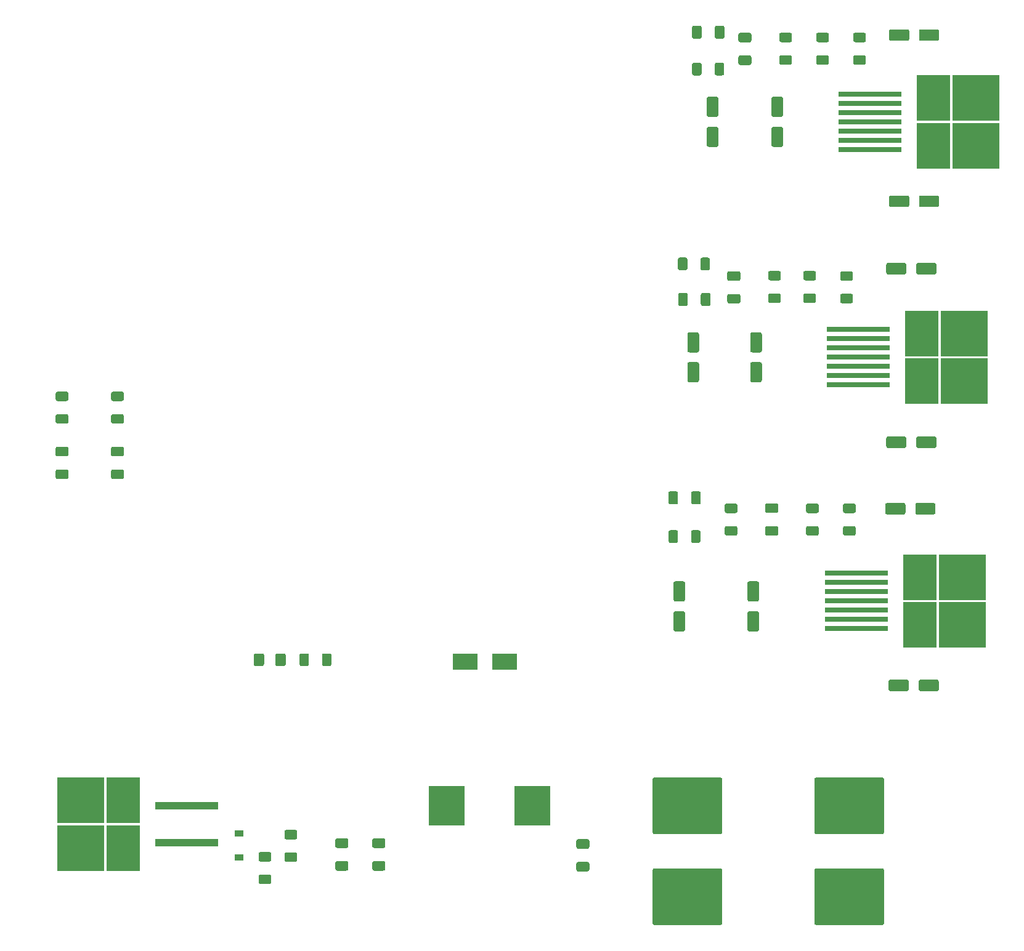
<source format=gtp>
%TF.GenerationSoftware,KiCad,Pcbnew,5.1.10*%
%TF.CreationDate,2021-11-06T16:29:50+01:00*%
%TF.ProjectId,PCB_BLDC,5043425f-424c-4444-932e-6b696361645f,V1*%
%TF.SameCoordinates,Original*%
%TF.FileFunction,Paste,Top*%
%TF.FilePolarity,Positive*%
%FSLAX46Y46*%
G04 Gerber Fmt 4.6, Leading zero omitted, Abs format (unit mm)*
G04 Created by KiCad (PCBNEW 5.1.10) date 2021-11-06 16:29:50*
%MOMM*%
%LPD*%
G01*
G04 APERTURE LIST*
%ADD10R,8.600000X0.800000*%
%ADD11R,6.550000X6.250000*%
%ADD12R,4.550000X6.250000*%
%ADD13R,8.600000X1.100000*%
%ADD14R,3.500000X2.300000*%
%ADD15R,1.200000X0.900000*%
%ADD16R,4.900000X5.400000*%
G04 APERTURE END LIST*
D10*
%TO.C,U4*%
X159473800Y-113614200D03*
X159473800Y-114884200D03*
X159473800Y-116154200D03*
X159473800Y-117424200D03*
X159473800Y-118694200D03*
X159473800Y-119964200D03*
X159473800Y-121234200D03*
D11*
X174048800Y-120699200D03*
D12*
X168198800Y-114149200D03*
D11*
X174048800Y-114149200D03*
D12*
X168198800Y-120699200D03*
%TD*%
%TO.C,C21*%
G36*
G01*
X146269800Y-83221200D02*
X145169800Y-83221200D01*
G75*
G02*
X144919800Y-82971200I0J250000D01*
G01*
X144919800Y-80696200D01*
G75*
G02*
X145169800Y-80446200I250000J0D01*
G01*
X146269800Y-80446200D01*
G75*
G02*
X146519800Y-80696200I0J-250000D01*
G01*
X146519800Y-82971200D01*
G75*
G02*
X146269800Y-83221200I-250000J0D01*
G01*
G37*
G36*
G01*
X146269800Y-87346200D02*
X145169800Y-87346200D01*
G75*
G02*
X144919800Y-87096200I0J250000D01*
G01*
X144919800Y-84821200D01*
G75*
G02*
X145169800Y-84571200I250000J0D01*
G01*
X146269800Y-84571200D01*
G75*
G02*
X146519800Y-84821200I0J-250000D01*
G01*
X146519800Y-87096200D01*
G75*
G02*
X146269800Y-87346200I-250000J0D01*
G01*
G37*
%TD*%
%TO.C,C16*%
G36*
G01*
X167730800Y-96130200D02*
X167730800Y-95030200D01*
G75*
G02*
X167980800Y-94780200I250000J0D01*
G01*
X170255800Y-94780200D01*
G75*
G02*
X170505800Y-95030200I0J-250000D01*
G01*
X170505800Y-96130200D01*
G75*
G02*
X170255800Y-96380200I-250000J0D01*
G01*
X167980800Y-96380200D01*
G75*
G02*
X167730800Y-96130200I0J250000D01*
G01*
G37*
G36*
G01*
X163605800Y-96130200D02*
X163605800Y-95030200D01*
G75*
G02*
X163855800Y-94780200I250000J0D01*
G01*
X166130800Y-94780200D01*
G75*
G02*
X166380800Y-95030200I0J-250000D01*
G01*
X166380800Y-96130200D01*
G75*
G02*
X166130800Y-96380200I-250000J0D01*
G01*
X163855800Y-96380200D01*
G75*
G02*
X163605800Y-96130200I0J250000D01*
G01*
G37*
%TD*%
%TO.C,C17*%
G36*
G01*
X167730800Y-72254200D02*
X167730800Y-71154200D01*
G75*
G02*
X167980800Y-70904200I250000J0D01*
G01*
X170255800Y-70904200D01*
G75*
G02*
X170505800Y-71154200I0J-250000D01*
G01*
X170505800Y-72254200D01*
G75*
G02*
X170255800Y-72504200I-250000J0D01*
G01*
X167980800Y-72504200D01*
G75*
G02*
X167730800Y-72254200I0J250000D01*
G01*
G37*
G36*
G01*
X163605800Y-72254200D02*
X163605800Y-71154200D01*
G75*
G02*
X163855800Y-70904200I250000J0D01*
G01*
X166130800Y-70904200D01*
G75*
G02*
X166380800Y-71154200I0J-250000D01*
G01*
X166380800Y-72254200D01*
G75*
G02*
X166130800Y-72504200I-250000J0D01*
G01*
X163855800Y-72504200D01*
G75*
G02*
X163605800Y-72254200I0J250000D01*
G01*
G37*
%TD*%
D10*
%TO.C,U2*%
X161366800Y-47701200D03*
X161366800Y-48971200D03*
X161366800Y-50241200D03*
X161366800Y-51511200D03*
X161366800Y-52781200D03*
X161366800Y-54051200D03*
X161366800Y-55321200D03*
D11*
X175941800Y-54786200D03*
D12*
X170091800Y-48236200D03*
D11*
X175941800Y-48236200D03*
D12*
X170091800Y-54786200D03*
%TD*%
D10*
%TO.C,U3*%
X159788800Y-80086200D03*
X159788800Y-81356200D03*
X159788800Y-82626200D03*
X159788800Y-83896200D03*
X159788800Y-85166200D03*
X159788800Y-86436200D03*
X159788800Y-87706200D03*
D11*
X174363800Y-87171200D03*
D12*
X168513800Y-80621200D03*
D11*
X174363800Y-80621200D03*
D12*
X168513800Y-87171200D03*
%TD*%
%TO.C,Q1*%
X58765400Y-144857800D03*
D11*
X52915400Y-151407800D03*
D12*
X58765400Y-151407800D03*
D11*
X52915400Y-144857800D03*
D13*
X67490400Y-145592800D03*
X67490400Y-150672800D03*
%TD*%
%TO.C,R17*%
G36*
G01*
X57350499Y-91717100D02*
X58600501Y-91717100D01*
G75*
G02*
X58850500Y-91967099I0J-249999D01*
G01*
X58850500Y-92767101D01*
G75*
G02*
X58600501Y-93017100I-249999J0D01*
G01*
X57350499Y-93017100D01*
G75*
G02*
X57100500Y-92767101I0J249999D01*
G01*
X57100500Y-91967099D01*
G75*
G02*
X57350499Y-91717100I249999J0D01*
G01*
G37*
G36*
G01*
X57350499Y-88617100D02*
X58600501Y-88617100D01*
G75*
G02*
X58850500Y-88867099I0J-249999D01*
G01*
X58850500Y-89667101D01*
G75*
G02*
X58600501Y-89917100I-249999J0D01*
G01*
X57350499Y-89917100D01*
G75*
G02*
X57100500Y-89667101I0J249999D01*
G01*
X57100500Y-88867099D01*
G75*
G02*
X57350499Y-88617100I249999J0D01*
G01*
G37*
%TD*%
%TO.C,R16*%
G36*
G01*
X49730499Y-91717100D02*
X50980501Y-91717100D01*
G75*
G02*
X51230500Y-91967099I0J-249999D01*
G01*
X51230500Y-92767101D01*
G75*
G02*
X50980501Y-93017100I-249999J0D01*
G01*
X49730499Y-93017100D01*
G75*
G02*
X49480500Y-92767101I0J249999D01*
G01*
X49480500Y-91967099D01*
G75*
G02*
X49730499Y-91717100I249999J0D01*
G01*
G37*
G36*
G01*
X49730499Y-88617100D02*
X50980501Y-88617100D01*
G75*
G02*
X51230500Y-88867099I0J-249999D01*
G01*
X51230500Y-89667101D01*
G75*
G02*
X50980501Y-89917100I-249999J0D01*
G01*
X49730499Y-89917100D01*
G75*
G02*
X49480500Y-89667101I0J249999D01*
G01*
X49480500Y-88867099D01*
G75*
G02*
X49730499Y-88617100I249999J0D01*
G01*
G37*
%TD*%
%TO.C,D3*%
G36*
G01*
X79665800Y-126126400D02*
X79665800Y-124876400D01*
G75*
G02*
X79915800Y-124626400I250000J0D01*
G01*
X80840800Y-124626400D01*
G75*
G02*
X81090800Y-124876400I0J-250000D01*
G01*
X81090800Y-126126400D01*
G75*
G02*
X80840800Y-126376400I-250000J0D01*
G01*
X79915800Y-126376400D01*
G75*
G02*
X79665800Y-126126400I0J250000D01*
G01*
G37*
G36*
G01*
X76690800Y-126126400D02*
X76690800Y-124876400D01*
G75*
G02*
X76940800Y-124626400I250000J0D01*
G01*
X77865800Y-124626400D01*
G75*
G02*
X78115800Y-124876400I0J-250000D01*
G01*
X78115800Y-126126400D01*
G75*
G02*
X77865800Y-126376400I-250000J0D01*
G01*
X76940800Y-126376400D01*
G75*
G02*
X76690800Y-126126400I0J250000D01*
G01*
G37*
%TD*%
D14*
%TO.C,D2*%
X111158000Y-125730000D03*
X105758000Y-125730000D03*
%TD*%
D15*
%TO.C,D1*%
X74676000Y-152652000D03*
X74676000Y-149352000D03*
%TD*%
%TO.C,C25*%
G36*
G01*
X135728800Y-117480700D02*
X134628800Y-117480700D01*
G75*
G02*
X134378800Y-117230700I0J250000D01*
G01*
X134378800Y-114955700D01*
G75*
G02*
X134628800Y-114705700I250000J0D01*
G01*
X135728800Y-114705700D01*
G75*
G02*
X135978800Y-114955700I0J-250000D01*
G01*
X135978800Y-117230700D01*
G75*
G02*
X135728800Y-117480700I-250000J0D01*
G01*
G37*
G36*
G01*
X135728800Y-121605700D02*
X134628800Y-121605700D01*
G75*
G02*
X134378800Y-121355700I0J250000D01*
G01*
X134378800Y-119080700D01*
G75*
G02*
X134628800Y-118830700I250000J0D01*
G01*
X135728800Y-118830700D01*
G75*
G02*
X135978800Y-119080700I0J-250000D01*
G01*
X135978800Y-121355700D01*
G75*
G02*
X135728800Y-121605700I-250000J0D01*
G01*
G37*
%TD*%
%TO.C,C24*%
G36*
G01*
X137633800Y-83221200D02*
X136533800Y-83221200D01*
G75*
G02*
X136283800Y-82971200I0J250000D01*
G01*
X136283800Y-80696200D01*
G75*
G02*
X136533800Y-80446200I250000J0D01*
G01*
X137633800Y-80446200D01*
G75*
G02*
X137883800Y-80696200I0J-250000D01*
G01*
X137883800Y-82971200D01*
G75*
G02*
X137633800Y-83221200I-250000J0D01*
G01*
G37*
G36*
G01*
X137633800Y-87346200D02*
X136533800Y-87346200D01*
G75*
G02*
X136283800Y-87096200I0J250000D01*
G01*
X136283800Y-84821200D01*
G75*
G02*
X136533800Y-84571200I250000J0D01*
G01*
X137633800Y-84571200D01*
G75*
G02*
X137883800Y-84821200I0J-250000D01*
G01*
X137883800Y-87096200D01*
G75*
G02*
X137633800Y-87346200I-250000J0D01*
G01*
G37*
%TD*%
%TO.C,C23*%
G36*
G01*
X140300800Y-50836200D02*
X139200800Y-50836200D01*
G75*
G02*
X138950800Y-50586200I0J250000D01*
G01*
X138950800Y-48311200D01*
G75*
G02*
X139200800Y-48061200I250000J0D01*
G01*
X140300800Y-48061200D01*
G75*
G02*
X140550800Y-48311200I0J-250000D01*
G01*
X140550800Y-50586200D01*
G75*
G02*
X140300800Y-50836200I-250000J0D01*
G01*
G37*
G36*
G01*
X140300800Y-54961200D02*
X139200800Y-54961200D01*
G75*
G02*
X138950800Y-54711200I0J250000D01*
G01*
X138950800Y-52436200D01*
G75*
G02*
X139200800Y-52186200I250000J0D01*
G01*
X140300800Y-52186200D01*
G75*
G02*
X140550800Y-52436200I0J-250000D01*
G01*
X140550800Y-54711200D01*
G75*
G02*
X140300800Y-54961200I-250000J0D01*
G01*
G37*
%TD*%
%TO.C,C22*%
G36*
G01*
X145888800Y-117480700D02*
X144788800Y-117480700D01*
G75*
G02*
X144538800Y-117230700I0J250000D01*
G01*
X144538800Y-114955700D01*
G75*
G02*
X144788800Y-114705700I250000J0D01*
G01*
X145888800Y-114705700D01*
G75*
G02*
X146138800Y-114955700I0J-250000D01*
G01*
X146138800Y-117230700D01*
G75*
G02*
X145888800Y-117480700I-250000J0D01*
G01*
G37*
G36*
G01*
X145888800Y-121605700D02*
X144788800Y-121605700D01*
G75*
G02*
X144538800Y-121355700I0J250000D01*
G01*
X144538800Y-119080700D01*
G75*
G02*
X144788800Y-118830700I250000J0D01*
G01*
X145888800Y-118830700D01*
G75*
G02*
X146138800Y-119080700I0J-250000D01*
G01*
X146138800Y-121355700D01*
G75*
G02*
X145888800Y-121605700I-250000J0D01*
G01*
G37*
%TD*%
%TO.C,C20*%
G36*
G01*
X149190800Y-50836200D02*
X148090800Y-50836200D01*
G75*
G02*
X147840800Y-50586200I0J250000D01*
G01*
X147840800Y-48311200D01*
G75*
G02*
X148090800Y-48061200I250000J0D01*
G01*
X149190800Y-48061200D01*
G75*
G02*
X149440800Y-48311200I0J-250000D01*
G01*
X149440800Y-50586200D01*
G75*
G02*
X149190800Y-50836200I-250000J0D01*
G01*
G37*
G36*
G01*
X149190800Y-54961200D02*
X148090800Y-54961200D01*
G75*
G02*
X147840800Y-54711200I0J250000D01*
G01*
X147840800Y-52436200D01*
G75*
G02*
X148090800Y-52186200I250000J0D01*
G01*
X149190800Y-52186200D01*
G75*
G02*
X149440800Y-52436200I0J-250000D01*
G01*
X149440800Y-54711200D01*
G75*
G02*
X149190800Y-54961200I-250000J0D01*
G01*
G37*
%TD*%
%TO.C,C19*%
G36*
G01*
X167603800Y-105274200D02*
X167603800Y-104174200D01*
G75*
G02*
X167853800Y-103924200I250000J0D01*
G01*
X170128800Y-103924200D01*
G75*
G02*
X170378800Y-104174200I0J-250000D01*
G01*
X170378800Y-105274200D01*
G75*
G02*
X170128800Y-105524200I-250000J0D01*
G01*
X167853800Y-105524200D01*
G75*
G02*
X167603800Y-105274200I0J250000D01*
G01*
G37*
G36*
G01*
X163478800Y-105274200D02*
X163478800Y-104174200D01*
G75*
G02*
X163728800Y-103924200I250000J0D01*
G01*
X166003800Y-103924200D01*
G75*
G02*
X166253800Y-104174200I0J-250000D01*
G01*
X166253800Y-105274200D01*
G75*
G02*
X166003800Y-105524200I-250000J0D01*
G01*
X163728800Y-105524200D01*
G75*
G02*
X163478800Y-105274200I0J250000D01*
G01*
G37*
%TD*%
%TO.C,C18*%
G36*
G01*
X168061000Y-129582000D02*
X168061000Y-128482000D01*
G75*
G02*
X168311000Y-128232000I250000J0D01*
G01*
X170586000Y-128232000D01*
G75*
G02*
X170836000Y-128482000I0J-250000D01*
G01*
X170836000Y-129582000D01*
G75*
G02*
X170586000Y-129832000I-250000J0D01*
G01*
X168311000Y-129832000D01*
G75*
G02*
X168061000Y-129582000I0J250000D01*
G01*
G37*
G36*
G01*
X163936000Y-129582000D02*
X163936000Y-128482000D01*
G75*
G02*
X164186000Y-128232000I250000J0D01*
G01*
X166461000Y-128232000D01*
G75*
G02*
X166711000Y-128482000I0J-250000D01*
G01*
X166711000Y-129582000D01*
G75*
G02*
X166461000Y-129832000I-250000J0D01*
G01*
X164186000Y-129832000D01*
G75*
G02*
X163936000Y-129582000I0J250000D01*
G01*
G37*
%TD*%
%TO.C,C15*%
G36*
G01*
X168111800Y-40123200D02*
X168111800Y-39023200D01*
G75*
G02*
X168361800Y-38773200I250000J0D01*
G01*
X170636800Y-38773200D01*
G75*
G02*
X170886800Y-39023200I0J-250000D01*
G01*
X170886800Y-40123200D01*
G75*
G02*
X170636800Y-40373200I-250000J0D01*
G01*
X168361800Y-40373200D01*
G75*
G02*
X168111800Y-40123200I0J250000D01*
G01*
G37*
G36*
G01*
X163986800Y-40123200D02*
X163986800Y-39023200D01*
G75*
G02*
X164236800Y-38773200I250000J0D01*
G01*
X166511800Y-38773200D01*
G75*
G02*
X166761800Y-39023200I0J-250000D01*
G01*
X166761800Y-40123200D01*
G75*
G02*
X166511800Y-40373200I-250000J0D01*
G01*
X164236800Y-40373200D01*
G75*
G02*
X163986800Y-40123200I0J250000D01*
G01*
G37*
%TD*%
%TO.C,C14*%
G36*
G01*
X168111800Y-62983200D02*
X168111800Y-61883200D01*
G75*
G02*
X168361800Y-61633200I250000J0D01*
G01*
X170636800Y-61633200D01*
G75*
G02*
X170886800Y-61883200I0J-250000D01*
G01*
X170886800Y-62983200D01*
G75*
G02*
X170636800Y-63233200I-250000J0D01*
G01*
X168361800Y-63233200D01*
G75*
G02*
X168111800Y-62983200I0J250000D01*
G01*
G37*
G36*
G01*
X163986800Y-62983200D02*
X163986800Y-61883200D01*
G75*
G02*
X164236800Y-61633200I250000J0D01*
G01*
X166511800Y-61633200D01*
G75*
G02*
X166761800Y-61883200I0J-250000D01*
G01*
X166761800Y-62983200D01*
G75*
G02*
X166511800Y-63233200I-250000J0D01*
G01*
X164236800Y-63233200D01*
G75*
G02*
X163986800Y-62983200I0J250000D01*
G01*
G37*
%TD*%
%TO.C,C13*%
G36*
G01*
X148528802Y-105309700D02*
X147228798Y-105309700D01*
G75*
G02*
X146978800Y-105059702I0J249998D01*
G01*
X146978800Y-104234698D01*
G75*
G02*
X147228798Y-103984700I249998J0D01*
G01*
X148528802Y-103984700D01*
G75*
G02*
X148778800Y-104234698I0J-249998D01*
G01*
X148778800Y-105059702D01*
G75*
G02*
X148528802Y-105309700I-249998J0D01*
G01*
G37*
G36*
G01*
X148528802Y-108434700D02*
X147228798Y-108434700D01*
G75*
G02*
X146978800Y-108184702I0J249998D01*
G01*
X146978800Y-107359698D01*
G75*
G02*
X147228798Y-107109700I249998J0D01*
G01*
X148528802Y-107109700D01*
G75*
G02*
X148778800Y-107359698I0J-249998D01*
G01*
X148778800Y-108184702D01*
G75*
G02*
X148528802Y-108434700I-249998J0D01*
G01*
G37*
%TD*%
%TO.C,C12*%
G36*
G01*
X143321802Y-73382700D02*
X142021798Y-73382700D01*
G75*
G02*
X141771800Y-73132702I0J249998D01*
G01*
X141771800Y-72307698D01*
G75*
G02*
X142021798Y-72057700I249998J0D01*
G01*
X143321802Y-72057700D01*
G75*
G02*
X143571800Y-72307698I0J-249998D01*
G01*
X143571800Y-73132702D01*
G75*
G02*
X143321802Y-73382700I-249998J0D01*
G01*
G37*
G36*
G01*
X143321802Y-76507700D02*
X142021798Y-76507700D01*
G75*
G02*
X141771800Y-76257702I0J249998D01*
G01*
X141771800Y-75432698D01*
G75*
G02*
X142021798Y-75182700I249998J0D01*
G01*
X143321802Y-75182700D01*
G75*
G02*
X143571800Y-75432698I0J-249998D01*
G01*
X143571800Y-76257702D01*
G75*
G02*
X143321802Y-76507700I-249998J0D01*
G01*
G37*
%TD*%
%TO.C,C11*%
G36*
G01*
X144845802Y-40578200D02*
X143545798Y-40578200D01*
G75*
G02*
X143295800Y-40328202I0J249998D01*
G01*
X143295800Y-39503198D01*
G75*
G02*
X143545798Y-39253200I249998J0D01*
G01*
X144845802Y-39253200D01*
G75*
G02*
X145095800Y-39503198I0J-249998D01*
G01*
X145095800Y-40328202D01*
G75*
G02*
X144845802Y-40578200I-249998J0D01*
G01*
G37*
G36*
G01*
X144845802Y-43703200D02*
X143545798Y-43703200D01*
G75*
G02*
X143295800Y-43453202I0J249998D01*
G01*
X143295800Y-42628198D01*
G75*
G02*
X143545798Y-42378200I249998J0D01*
G01*
X144845802Y-42378200D01*
G75*
G02*
X145095800Y-42628198I0J-249998D01*
G01*
X145095800Y-43453202D01*
G75*
G02*
X144845802Y-43703200I-249998J0D01*
G01*
G37*
%TD*%
%TO.C,C10*%
G36*
G01*
X136803100Y-103875602D02*
X136803100Y-102575598D01*
G75*
G02*
X137053098Y-102325600I249998J0D01*
G01*
X137878102Y-102325600D01*
G75*
G02*
X138128100Y-102575598I0J-249998D01*
G01*
X138128100Y-103875602D01*
G75*
G02*
X137878102Y-104125600I-249998J0D01*
G01*
X137053098Y-104125600D01*
G75*
G02*
X136803100Y-103875602I0J249998D01*
G01*
G37*
G36*
G01*
X133678100Y-103875602D02*
X133678100Y-102575598D01*
G75*
G02*
X133928098Y-102325600I249998J0D01*
G01*
X134753102Y-102325600D01*
G75*
G02*
X135003100Y-102575598I0J-249998D01*
G01*
X135003100Y-103875602D01*
G75*
G02*
X134753102Y-104125600I-249998J0D01*
G01*
X133928098Y-104125600D01*
G75*
G02*
X133678100Y-103875602I0J249998D01*
G01*
G37*
%TD*%
%TO.C,C9*%
G36*
G01*
X138135800Y-76583302D02*
X138135800Y-75283298D01*
G75*
G02*
X138385798Y-75033300I249998J0D01*
G01*
X139210802Y-75033300D01*
G75*
G02*
X139460800Y-75283298I0J-249998D01*
G01*
X139460800Y-76583302D01*
G75*
G02*
X139210802Y-76833300I-249998J0D01*
G01*
X138385798Y-76833300D01*
G75*
G02*
X138135800Y-76583302I0J249998D01*
G01*
G37*
G36*
G01*
X135010800Y-76583302D02*
X135010800Y-75283298D01*
G75*
G02*
X135260798Y-75033300I249998J0D01*
G01*
X136085802Y-75033300D01*
G75*
G02*
X136335800Y-75283298I0J-249998D01*
G01*
X136335800Y-76583302D01*
G75*
G02*
X136085802Y-76833300I-249998J0D01*
G01*
X135260798Y-76833300D01*
G75*
G02*
X135010800Y-76583302I0J249998D01*
G01*
G37*
%TD*%
%TO.C,C8*%
G36*
G01*
X140054300Y-39816802D02*
X140054300Y-38516798D01*
G75*
G02*
X140304298Y-38266800I249998J0D01*
G01*
X141129302Y-38266800D01*
G75*
G02*
X141379300Y-38516798I0J-249998D01*
G01*
X141379300Y-39816802D01*
G75*
G02*
X141129302Y-40066800I-249998J0D01*
G01*
X140304298Y-40066800D01*
G75*
G02*
X140054300Y-39816802I0J249998D01*
G01*
G37*
G36*
G01*
X136929300Y-39816802D02*
X136929300Y-38516798D01*
G75*
G02*
X137179298Y-38266800I249998J0D01*
G01*
X138004302Y-38266800D01*
G75*
G02*
X138254300Y-38516798I0J-249998D01*
G01*
X138254300Y-39816802D01*
G75*
G02*
X138004302Y-40066800I-249998J0D01*
G01*
X137179298Y-40066800D01*
G75*
G02*
X136929300Y-39816802I0J249998D01*
G01*
G37*
%TD*%
%TO.C,C7*%
G36*
G01*
X49705498Y-99324600D02*
X51005502Y-99324600D01*
G75*
G02*
X51255500Y-99574598I0J-249998D01*
G01*
X51255500Y-100399602D01*
G75*
G02*
X51005502Y-100649600I-249998J0D01*
G01*
X49705498Y-100649600D01*
G75*
G02*
X49455500Y-100399602I0J249998D01*
G01*
X49455500Y-99574598D01*
G75*
G02*
X49705498Y-99324600I249998J0D01*
G01*
G37*
G36*
G01*
X49705498Y-96199600D02*
X51005502Y-96199600D01*
G75*
G02*
X51255500Y-96449598I0J-249998D01*
G01*
X51255500Y-97274602D01*
G75*
G02*
X51005502Y-97524600I-249998J0D01*
G01*
X49705498Y-97524600D01*
G75*
G02*
X49455500Y-97274602I0J249998D01*
G01*
X49455500Y-96449598D01*
G75*
G02*
X49705498Y-96199600I249998J0D01*
G01*
G37*
%TD*%
%TO.C,C6*%
G36*
G01*
X57325498Y-99324600D02*
X58625502Y-99324600D01*
G75*
G02*
X58875500Y-99574598I0J-249998D01*
G01*
X58875500Y-100399602D01*
G75*
G02*
X58625502Y-100649600I-249998J0D01*
G01*
X57325498Y-100649600D01*
G75*
G02*
X57075500Y-100399602I0J249998D01*
G01*
X57075500Y-99574598D01*
G75*
G02*
X57325498Y-99324600I249998J0D01*
G01*
G37*
G36*
G01*
X57325498Y-96199600D02*
X58625502Y-96199600D01*
G75*
G02*
X58875500Y-96449598I0J-249998D01*
G01*
X58875500Y-97274602D01*
G75*
G02*
X58625502Y-97524600I-249998J0D01*
G01*
X57325498Y-97524600D01*
G75*
G02*
X57075500Y-97274602I0J249998D01*
G01*
X57075500Y-96449598D01*
G75*
G02*
X57325498Y-96199600I249998J0D01*
G01*
G37*
%TD*%
%TO.C,C5*%
G36*
G01*
X153971397Y-154192800D02*
X163071403Y-154192800D01*
G75*
G02*
X163321400Y-154442797I0J-249997D01*
G01*
X163321400Y-161742803D01*
G75*
G02*
X163071403Y-161992800I-249997J0D01*
G01*
X153971397Y-161992800D01*
G75*
G02*
X153721400Y-161742803I0J249997D01*
G01*
X153721400Y-154442797D01*
G75*
G02*
X153971397Y-154192800I249997J0D01*
G01*
G37*
G36*
G01*
X153971397Y-141692800D02*
X163071403Y-141692800D01*
G75*
G02*
X163321400Y-141942797I0J-249997D01*
G01*
X163321400Y-149242803D01*
G75*
G02*
X163071403Y-149492800I-249997J0D01*
G01*
X153971397Y-149492800D01*
G75*
G02*
X153721400Y-149242803I0J249997D01*
G01*
X153721400Y-141942797D01*
G75*
G02*
X153971397Y-141692800I249997J0D01*
G01*
G37*
%TD*%
%TO.C,C4*%
G36*
G01*
X93228398Y-153185300D02*
X94528402Y-153185300D01*
G75*
G02*
X94778400Y-153435298I0J-249998D01*
G01*
X94778400Y-154260302D01*
G75*
G02*
X94528402Y-154510300I-249998J0D01*
G01*
X93228398Y-154510300D01*
G75*
G02*
X92978400Y-154260302I0J249998D01*
G01*
X92978400Y-153435298D01*
G75*
G02*
X93228398Y-153185300I249998J0D01*
G01*
G37*
G36*
G01*
X93228398Y-150060300D02*
X94528402Y-150060300D01*
G75*
G02*
X94778400Y-150310298I0J-249998D01*
G01*
X94778400Y-151135302D01*
G75*
G02*
X94528402Y-151385300I-249998J0D01*
G01*
X93228398Y-151385300D01*
G75*
G02*
X92978400Y-151135302I0J249998D01*
G01*
X92978400Y-150310298D01*
G75*
G02*
X93228398Y-150060300I249998J0D01*
G01*
G37*
%TD*%
%TO.C,C3*%
G36*
G01*
X131746397Y-154192800D02*
X140846403Y-154192800D01*
G75*
G02*
X141096400Y-154442797I0J-249997D01*
G01*
X141096400Y-161742803D01*
G75*
G02*
X140846403Y-161992800I-249997J0D01*
G01*
X131746397Y-161992800D01*
G75*
G02*
X131496400Y-161742803I0J249997D01*
G01*
X131496400Y-154442797D01*
G75*
G02*
X131746397Y-154192800I249997J0D01*
G01*
G37*
G36*
G01*
X131746397Y-141692800D02*
X140846403Y-141692800D01*
G75*
G02*
X141096400Y-141942797I0J-249997D01*
G01*
X141096400Y-149242803D01*
G75*
G02*
X140846403Y-149492800I-249997J0D01*
G01*
X131746397Y-149492800D01*
G75*
G02*
X131496400Y-149242803I0J249997D01*
G01*
X131496400Y-141942797D01*
G75*
G02*
X131746397Y-141692800I249997J0D01*
G01*
G37*
%TD*%
%TO.C,C2*%
G36*
G01*
X121269998Y-153300000D02*
X122570002Y-153300000D01*
G75*
G02*
X122820000Y-153549998I0J-249998D01*
G01*
X122820000Y-154375002D01*
G75*
G02*
X122570002Y-154625000I-249998J0D01*
G01*
X121269998Y-154625000D01*
G75*
G02*
X121020000Y-154375002I0J249998D01*
G01*
X121020000Y-153549998D01*
G75*
G02*
X121269998Y-153300000I249998J0D01*
G01*
G37*
G36*
G01*
X121269998Y-150175000D02*
X122570002Y-150175000D01*
G75*
G02*
X122820000Y-150424998I0J-249998D01*
G01*
X122820000Y-151250002D01*
G75*
G02*
X122570002Y-151500000I-249998J0D01*
G01*
X121269998Y-151500000D01*
G75*
G02*
X121020000Y-151250002I0J249998D01*
G01*
X121020000Y-150424998D01*
G75*
G02*
X121269998Y-150175000I249998J0D01*
G01*
G37*
%TD*%
%TO.C,C1*%
G36*
G01*
X88148398Y-153185300D02*
X89448402Y-153185300D01*
G75*
G02*
X89698400Y-153435298I0J-249998D01*
G01*
X89698400Y-154260302D01*
G75*
G02*
X89448402Y-154510300I-249998J0D01*
G01*
X88148398Y-154510300D01*
G75*
G02*
X87898400Y-154260302I0J249998D01*
G01*
X87898400Y-153435298D01*
G75*
G02*
X88148398Y-153185300I249998J0D01*
G01*
G37*
G36*
G01*
X88148398Y-150060300D02*
X89448402Y-150060300D01*
G75*
G02*
X89698400Y-150310298I0J-249998D01*
G01*
X89698400Y-151135302D01*
G75*
G02*
X89448402Y-151385300I-249998J0D01*
G01*
X88148398Y-151385300D01*
G75*
G02*
X87898400Y-151135302I0J249998D01*
G01*
X87898400Y-150310298D01*
G75*
G02*
X88148398Y-150060300I249998J0D01*
G01*
G37*
%TD*%
%TO.C,R1*%
G36*
G01*
X77606999Y-151952000D02*
X78857001Y-151952000D01*
G75*
G02*
X79107000Y-152201999I0J-249999D01*
G01*
X79107000Y-153002001D01*
G75*
G02*
X78857001Y-153252000I-249999J0D01*
G01*
X77606999Y-153252000D01*
G75*
G02*
X77357000Y-153002001I0J249999D01*
G01*
X77357000Y-152201999D01*
G75*
G02*
X77606999Y-151952000I249999J0D01*
G01*
G37*
G36*
G01*
X77606999Y-155052000D02*
X78857001Y-155052000D01*
G75*
G02*
X79107000Y-155301999I0J-249999D01*
G01*
X79107000Y-156102001D01*
G75*
G02*
X78857001Y-156352000I-249999J0D01*
G01*
X77606999Y-156352000D01*
G75*
G02*
X77357000Y-156102001I0J249999D01*
G01*
X77357000Y-155301999D01*
G75*
G02*
X77606999Y-155052000I249999J0D01*
G01*
G37*
%TD*%
%TO.C,R2*%
G36*
G01*
X81162999Y-152004000D02*
X82413001Y-152004000D01*
G75*
G02*
X82663000Y-152253999I0J-249999D01*
G01*
X82663000Y-153054001D01*
G75*
G02*
X82413001Y-153304000I-249999J0D01*
G01*
X81162999Y-153304000D01*
G75*
G02*
X80913000Y-153054001I0J249999D01*
G01*
X80913000Y-152253999D01*
G75*
G02*
X81162999Y-152004000I249999J0D01*
G01*
G37*
G36*
G01*
X81162999Y-148904000D02*
X82413001Y-148904000D01*
G75*
G02*
X82663000Y-149153999I0J-249999D01*
G01*
X82663000Y-149954001D01*
G75*
G02*
X82413001Y-150204000I-249999J0D01*
G01*
X81162999Y-150204000D01*
G75*
G02*
X80913000Y-149954001I0J249999D01*
G01*
X80913000Y-149153999D01*
G75*
G02*
X81162999Y-148904000I249999J0D01*
G01*
G37*
%TD*%
%TO.C,R3*%
G36*
G01*
X84278300Y-124876399D02*
X84278300Y-126126401D01*
G75*
G02*
X84028301Y-126376400I-249999J0D01*
G01*
X83228299Y-126376400D01*
G75*
G02*
X82978300Y-126126401I0J249999D01*
G01*
X82978300Y-124876399D01*
G75*
G02*
X83228299Y-124626400I249999J0D01*
G01*
X84028301Y-124626400D01*
G75*
G02*
X84278300Y-124876399I0J-249999D01*
G01*
G37*
G36*
G01*
X87378300Y-124876399D02*
X87378300Y-126126401D01*
G75*
G02*
X87128301Y-126376400I-249999J0D01*
G01*
X86328299Y-126376400D01*
G75*
G02*
X86078300Y-126126401I0J249999D01*
G01*
X86078300Y-124876399D01*
G75*
G02*
X86328299Y-124626400I249999J0D01*
G01*
X87128301Y-124626400D01*
G75*
G02*
X87378300Y-124876399I0J-249999D01*
G01*
G37*
%TD*%
%TO.C,R4*%
G36*
G01*
X138241800Y-43621799D02*
X138241800Y-44871801D01*
G75*
G02*
X137991801Y-45121800I-249999J0D01*
G01*
X137191799Y-45121800D01*
G75*
G02*
X136941800Y-44871801I0J249999D01*
G01*
X136941800Y-43621799D01*
G75*
G02*
X137191799Y-43371800I249999J0D01*
G01*
X137991801Y-43371800D01*
G75*
G02*
X138241800Y-43621799I0J-249999D01*
G01*
G37*
G36*
G01*
X141341800Y-43621799D02*
X141341800Y-44871801D01*
G75*
G02*
X141091801Y-45121800I-249999J0D01*
G01*
X140291799Y-45121800D01*
G75*
G02*
X140041800Y-44871801I0J249999D01*
G01*
X140041800Y-43621799D01*
G75*
G02*
X140291799Y-43371800I249999J0D01*
G01*
X141091801Y-43371800D01*
G75*
G02*
X141341800Y-43621799I0J-249999D01*
G01*
G37*
%TD*%
%TO.C,R5*%
G36*
G01*
X139386000Y-70431499D02*
X139386000Y-71681501D01*
G75*
G02*
X139136001Y-71931500I-249999J0D01*
G01*
X138335999Y-71931500D01*
G75*
G02*
X138086000Y-71681501I0J249999D01*
G01*
X138086000Y-70431499D01*
G75*
G02*
X138335999Y-70181500I249999J0D01*
G01*
X139136001Y-70181500D01*
G75*
G02*
X139386000Y-70431499I0J-249999D01*
G01*
G37*
G36*
G01*
X136286000Y-70431499D02*
X136286000Y-71681501D01*
G75*
G02*
X136036001Y-71931500I-249999J0D01*
G01*
X135235999Y-71931500D01*
G75*
G02*
X134986000Y-71681501I0J249999D01*
G01*
X134986000Y-70431499D01*
G75*
G02*
X135235999Y-70181500I249999J0D01*
G01*
X136036001Y-70181500D01*
G75*
G02*
X136286000Y-70431499I0J-249999D01*
G01*
G37*
%TD*%
%TO.C,R6*%
G36*
G01*
X138090600Y-107934599D02*
X138090600Y-109184601D01*
G75*
G02*
X137840601Y-109434600I-249999J0D01*
G01*
X137040599Y-109434600D01*
G75*
G02*
X136790600Y-109184601I0J249999D01*
G01*
X136790600Y-107934599D01*
G75*
G02*
X137040599Y-107684600I249999J0D01*
G01*
X137840601Y-107684600D01*
G75*
G02*
X138090600Y-107934599I0J-249999D01*
G01*
G37*
G36*
G01*
X134990600Y-107934599D02*
X134990600Y-109184601D01*
G75*
G02*
X134740601Y-109434600I-249999J0D01*
G01*
X133940599Y-109434600D01*
G75*
G02*
X133690600Y-109184601I0J249999D01*
G01*
X133690600Y-107934599D01*
G75*
G02*
X133940599Y-107684600I249999J0D01*
G01*
X134740601Y-107684600D01*
G75*
G02*
X134990600Y-107934599I0J-249999D01*
G01*
G37*
%TD*%
%TO.C,R7*%
G36*
G01*
X149158799Y-39252200D02*
X150408801Y-39252200D01*
G75*
G02*
X150658800Y-39502199I0J-249999D01*
G01*
X150658800Y-40302201D01*
G75*
G02*
X150408801Y-40552200I-249999J0D01*
G01*
X149158799Y-40552200D01*
G75*
G02*
X148908800Y-40302201I0J249999D01*
G01*
X148908800Y-39502199D01*
G75*
G02*
X149158799Y-39252200I249999J0D01*
G01*
G37*
G36*
G01*
X149158799Y-42352200D02*
X150408801Y-42352200D01*
G75*
G02*
X150658800Y-42602199I0J-249999D01*
G01*
X150658800Y-43402201D01*
G75*
G02*
X150408801Y-43652200I-249999J0D01*
G01*
X149158799Y-43652200D01*
G75*
G02*
X148908800Y-43402201I0J249999D01*
G01*
X148908800Y-42602199D01*
G75*
G02*
X149158799Y-42352200I249999J0D01*
G01*
G37*
%TD*%
%TO.C,R8*%
G36*
G01*
X155488801Y-40552200D02*
X154238799Y-40552200D01*
G75*
G02*
X153988800Y-40302201I0J249999D01*
G01*
X153988800Y-39502199D01*
G75*
G02*
X154238799Y-39252200I249999J0D01*
G01*
X155488801Y-39252200D01*
G75*
G02*
X155738800Y-39502199I0J-249999D01*
G01*
X155738800Y-40302201D01*
G75*
G02*
X155488801Y-40552200I-249999J0D01*
G01*
G37*
G36*
G01*
X155488801Y-43652200D02*
X154238799Y-43652200D01*
G75*
G02*
X153988800Y-43402201I0J249999D01*
G01*
X153988800Y-42602199D01*
G75*
G02*
X154238799Y-42352200I249999J0D01*
G01*
X155488801Y-42352200D01*
G75*
G02*
X155738800Y-42602199I0J-249999D01*
G01*
X155738800Y-43402201D01*
G75*
G02*
X155488801Y-43652200I-249999J0D01*
G01*
G37*
%TD*%
%TO.C,R9*%
G36*
G01*
X160568801Y-43652200D02*
X159318799Y-43652200D01*
G75*
G02*
X159068800Y-43402201I0J249999D01*
G01*
X159068800Y-42602199D01*
G75*
G02*
X159318799Y-42352200I249999J0D01*
G01*
X160568801Y-42352200D01*
G75*
G02*
X160818800Y-42602199I0J-249999D01*
G01*
X160818800Y-43402201D01*
G75*
G02*
X160568801Y-43652200I-249999J0D01*
G01*
G37*
G36*
G01*
X160568801Y-40552200D02*
X159318799Y-40552200D01*
G75*
G02*
X159068800Y-40302201I0J249999D01*
G01*
X159068800Y-39502199D01*
G75*
G02*
X159318799Y-39252200I249999J0D01*
G01*
X160568801Y-39252200D01*
G75*
G02*
X160818800Y-39502199I0J-249999D01*
G01*
X160818800Y-40302201D01*
G75*
G02*
X160568801Y-40552200I-249999J0D01*
G01*
G37*
%TD*%
%TO.C,R10*%
G36*
G01*
X147634799Y-75118200D02*
X148884801Y-75118200D01*
G75*
G02*
X149134800Y-75368199I0J-249999D01*
G01*
X149134800Y-76168201D01*
G75*
G02*
X148884801Y-76418200I-249999J0D01*
G01*
X147634799Y-76418200D01*
G75*
G02*
X147384800Y-76168201I0J249999D01*
G01*
X147384800Y-75368199D01*
G75*
G02*
X147634799Y-75118200I249999J0D01*
G01*
G37*
G36*
G01*
X147634799Y-72018200D02*
X148884801Y-72018200D01*
G75*
G02*
X149134800Y-72268199I0J-249999D01*
G01*
X149134800Y-73068201D01*
G75*
G02*
X148884801Y-73318200I-249999J0D01*
G01*
X147634799Y-73318200D01*
G75*
G02*
X147384800Y-73068201I0J249999D01*
G01*
X147384800Y-72268199D01*
G75*
G02*
X147634799Y-72018200I249999J0D01*
G01*
G37*
%TD*%
%TO.C,R11*%
G36*
G01*
X153710801Y-76418200D02*
X152460799Y-76418200D01*
G75*
G02*
X152210800Y-76168201I0J249999D01*
G01*
X152210800Y-75368199D01*
G75*
G02*
X152460799Y-75118200I249999J0D01*
G01*
X153710801Y-75118200D01*
G75*
G02*
X153960800Y-75368199I0J-249999D01*
G01*
X153960800Y-76168201D01*
G75*
G02*
X153710801Y-76418200I-249999J0D01*
G01*
G37*
G36*
G01*
X153710801Y-73318200D02*
X152460799Y-73318200D01*
G75*
G02*
X152210800Y-73068201I0J249999D01*
G01*
X152210800Y-72268199D01*
G75*
G02*
X152460799Y-72018200I249999J0D01*
G01*
X153710801Y-72018200D01*
G75*
G02*
X153960800Y-72268199I0J-249999D01*
G01*
X153960800Y-73068201D01*
G75*
G02*
X153710801Y-73318200I-249999J0D01*
G01*
G37*
%TD*%
%TO.C,R12*%
G36*
G01*
X158790801Y-76470200D02*
X157540799Y-76470200D01*
G75*
G02*
X157290800Y-76220201I0J249999D01*
G01*
X157290800Y-75420199D01*
G75*
G02*
X157540799Y-75170200I249999J0D01*
G01*
X158790801Y-75170200D01*
G75*
G02*
X159040800Y-75420199I0J-249999D01*
G01*
X159040800Y-76220201D01*
G75*
G02*
X158790801Y-76470200I-249999J0D01*
G01*
G37*
G36*
G01*
X158790801Y-73370200D02*
X157540799Y-73370200D01*
G75*
G02*
X157290800Y-73120201I0J249999D01*
G01*
X157290800Y-72320199D01*
G75*
G02*
X157540799Y-72070200I249999J0D01*
G01*
X158790801Y-72070200D01*
G75*
G02*
X159040800Y-72320199I0J-249999D01*
G01*
X159040800Y-73120201D01*
G75*
G02*
X158790801Y-73370200I-249999J0D01*
G01*
G37*
%TD*%
%TO.C,R13*%
G36*
G01*
X141665799Y-107122200D02*
X142915801Y-107122200D01*
G75*
G02*
X143165800Y-107372199I0J-249999D01*
G01*
X143165800Y-108172201D01*
G75*
G02*
X142915801Y-108422200I-249999J0D01*
G01*
X141665799Y-108422200D01*
G75*
G02*
X141415800Y-108172201I0J249999D01*
G01*
X141415800Y-107372199D01*
G75*
G02*
X141665799Y-107122200I249999J0D01*
G01*
G37*
G36*
G01*
X141665799Y-104022200D02*
X142915801Y-104022200D01*
G75*
G02*
X143165800Y-104272199I0J-249999D01*
G01*
X143165800Y-105072201D01*
G75*
G02*
X142915801Y-105322200I-249999J0D01*
G01*
X141665799Y-105322200D01*
G75*
G02*
X141415800Y-105072201I0J249999D01*
G01*
X141415800Y-104272199D01*
G75*
G02*
X141665799Y-104022200I249999J0D01*
G01*
G37*
%TD*%
%TO.C,R14*%
G36*
G01*
X154091801Y-108422200D02*
X152841799Y-108422200D01*
G75*
G02*
X152591800Y-108172201I0J249999D01*
G01*
X152591800Y-107372199D01*
G75*
G02*
X152841799Y-107122200I249999J0D01*
G01*
X154091801Y-107122200D01*
G75*
G02*
X154341800Y-107372199I0J-249999D01*
G01*
X154341800Y-108172201D01*
G75*
G02*
X154091801Y-108422200I-249999J0D01*
G01*
G37*
G36*
G01*
X154091801Y-105322200D02*
X152841799Y-105322200D01*
G75*
G02*
X152591800Y-105072201I0J249999D01*
G01*
X152591800Y-104272199D01*
G75*
G02*
X152841799Y-104022200I249999J0D01*
G01*
X154091801Y-104022200D01*
G75*
G02*
X154341800Y-104272199I0J-249999D01*
G01*
X154341800Y-105072201D01*
G75*
G02*
X154091801Y-105322200I-249999J0D01*
G01*
G37*
%TD*%
%TO.C,R15*%
G36*
G01*
X159171801Y-105322200D02*
X157921799Y-105322200D01*
G75*
G02*
X157671800Y-105072201I0J249999D01*
G01*
X157671800Y-104272199D01*
G75*
G02*
X157921799Y-104022200I249999J0D01*
G01*
X159171801Y-104022200D01*
G75*
G02*
X159421800Y-104272199I0J-249999D01*
G01*
X159421800Y-105072201D01*
G75*
G02*
X159171801Y-105322200I-249999J0D01*
G01*
G37*
G36*
G01*
X159171801Y-108422200D02*
X157921799Y-108422200D01*
G75*
G02*
X157671800Y-108172201I0J249999D01*
G01*
X157671800Y-107372199D01*
G75*
G02*
X157921799Y-107122200I249999J0D01*
G01*
X159171801Y-107122200D01*
G75*
G02*
X159421800Y-107372199I0J-249999D01*
G01*
X159421800Y-108172201D01*
G75*
G02*
X159171801Y-108422200I-249999J0D01*
G01*
G37*
%TD*%
D16*
%TO.C,L1*%
X103218400Y-145592800D03*
X115018400Y-145592800D03*
%TD*%
M02*

</source>
